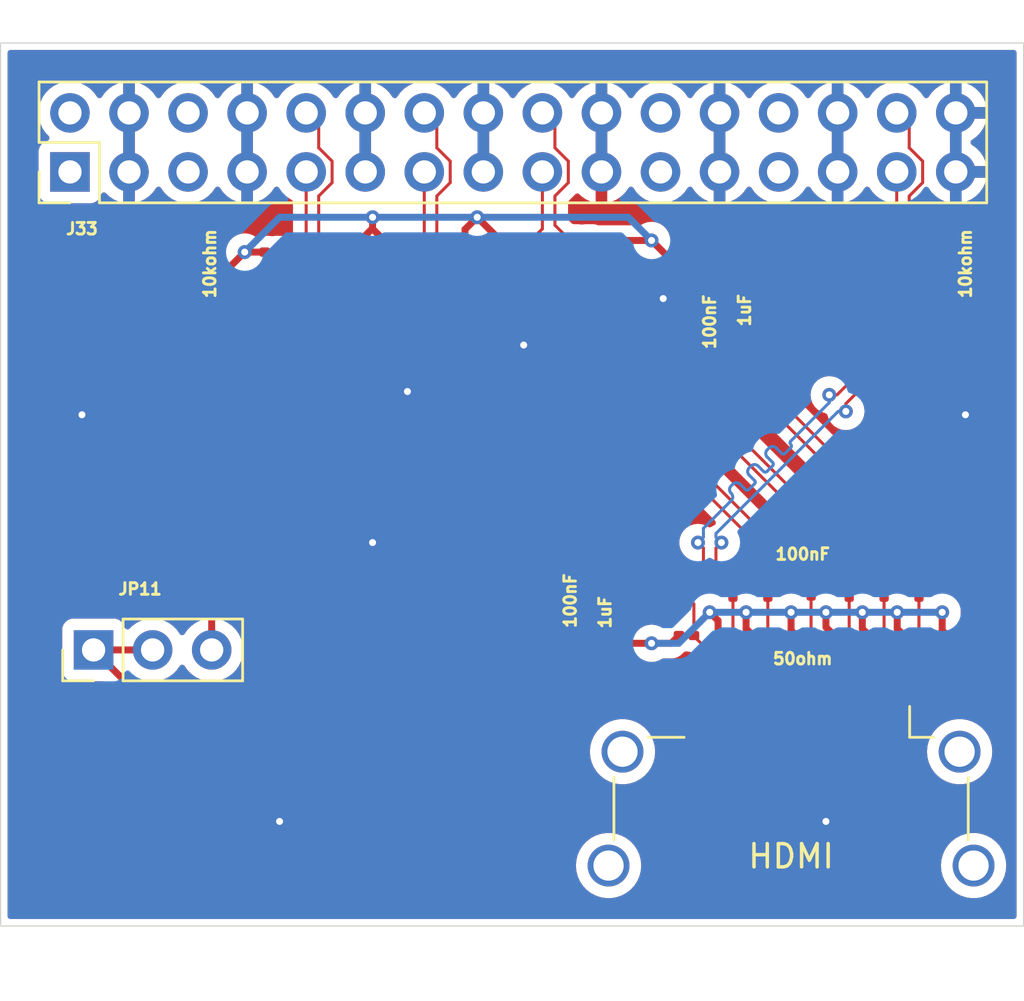
<source format=kicad_pcb>
(kicad_pcb (version 20240108) (generator "pcbnew") (generator_version "8.0")
  (layers (0 "F.Cu" signal) (1 "In1.Cu" signal) (2 "In2.Cu" signal) (31 "B.Cu" signal) (34 "B.Paste" user) (35 "F.Paste" user) (36 "B.SilkS" user "B.Silkscreen") (37 "F.SilkS" user "F.Silkscreen") (38 "B.Mask" user) (39 "F.Mask" user) (44 "Edge.Cuts" user))
  (net 0 "")
  (net 1 "GND")
  (net 8 "+2V5")
  (net 10 "+3V3")
  (net 15 "/clk_3v3_N")
  (net 16 "/clk_3v3_P")
  (net 17 "/clk_1v25_N")
  (net 18 "/clk_1v25_P")
  (net 19 "/d0_3v3_N")
  (net 20 "/d0_1v25_N")
  (net 21 "/d0_3v3_P")
  (net 22 "/d0_1v25_P")
  (net 23 "/d1_3v3_N")
  (net 24 "/d1_1v25_N")
  (net 25 "/d1_3v3_P")
  (net 26 "/d1_1v25_P")
  (net 27 "/d2_1v25_N")
  (net 28 "/d2_3v3_N")
  (net 29 "/d2_1v25_P")
  (net 30 "/d2_3v3_P")
  (footprint "Capacitor_SMD:C_0201_0603Metric" (layer "F.Cu") (at 129 96 90)
    (property "Reference" "C3" (hide yes))
    (property "Value" "100n")
  )
  (footprint "Resistor_SMD:R_0201_0603Metric" (layer "F.Cu") (at 115.655 82.5)
    (property "Reference" "R12" (hide yes))
    (property "Value" "10k")
  )
  (footprint "Resistor_SMD:R_0201_0603Metric" (layer "F.Cu") (at 107.68 81.5)
    (property "Reference" "R5" (hide yes))
    (property "Value" "10k")
  )
  (footprint "Resistor_SMD:R_0201_0603Metric" (layer "F.Cu") (at 136 81.5)
    (property "Reference" "10kohm")
    (property "Value" "10k")
  )
  (footprint "Capacitor_SMD:C_0201_0603Metric" (layer "F.Cu") (at 137.343874 96.041681 90)
    (property "Reference" "100nF")
    (property "Value" "100n")
  )
  (footprint "Resistor_SMD:R_0201_0603Metric" (layer "F.Cu") (at 130.54 98 180)
    (property "Reference" "R20" (hide yes))
    (property "Value" "50")
  )
  (footprint "Capacitor_SMD:C_0201_0603Metric" (layer "F.Cu") (at 125.5 96 90)
    (property "Reference" "C1" (hide yes))
    (property "Value" "100n")
  )
  (footprint "Resistor_SMD:R_0201_0603Metric" (layer "F.Cu") (at 113.155 81.5)
    (property "Reference" "R9" (hide yes))
    (property "Value" "10k")
  )
  (footprint "Resistor_SMD:R_0201_0603Metric" (layer "F.Cu") (at 133.5 83)
    (property "Reference" "R1" (hide yes))
    (property "Value" "10k")
  )
  (footprint "Connector_HDMI:HDMI_A_Amphenol_10029449-x01xLF_Horizontal" (layer "F.Cu") (at 130 107)
    (property "Reference" "HDMI")
    (property "Value" "HDMI_A_1.4")
  )
  (footprint "Resistor_SMD:R_0201_0603Metric" (layer "F.Cu") (at 128.68 98 180)
    (property "Reference" "R19" (hide yes))
    (property "Value" "50")
  )
  (footprint "Resistor_SMD:R_0201_0603Metric" (layer "F.Cu") (at 121 82.5)
    (property "Reference" "R16" (hide yes))
    (property "Value" "10k")
  )
  (footprint "Capacitor_SMD:C_0201_0603Metric" (layer "F.Cu") (at 128 82.155 90)
    (property "Reference" "1uF")
    (property "Value" "1u")
  )
  (footprint "Capacitor_SMD:C_0201_0603Metric" (layer "F.Cu") (at 130.862359 95.947897 90)
    (property "Reference" "C4" (hide yes))
    (property "Value" "100n")
  )
  (footprint "Resistor_SMD:R_0201_0603Metric" (layer "F.Cu") (at 135.18 98 180)
    (property "Reference" "R23" (hide yes))
    (property "Value" "50")
  )
  (footprint "Resistor_SMD:R_0201_0603Metric" (layer "F.Cu") (at 125.5 98 180)
    (property "Reference" "50ohm")
    (property "Value" "50")
  )
  (footprint "Resistor_SMD:R_0201_0603Metric" (layer "F.Cu") (at 115.655 81.5 180)
    (property "Reference" "R11" (hide yes))
    (property "Value" "10k")
  )
  (footprint "Resistor_SMD:R_0201_0603Metric" (layer "F.Cu") (at 113.099507 82.5 180)
    (property "Reference" "R10" (hide yes))
    (property "Value" "10k")
  )
  (footprint "Resistor_SMD:R_0201_0603Metric" (layer "F.Cu") (at 133.5 81.5 180)
    (property "Reference" "R2" (hide yes))
    (property "Value" "10k")
  )
  (footprint "Resistor_SMD:R_0201_0603Metric" (layer "F.Cu") (at 127.18 98 180)
    (property "Reference" "R18" (hide yes))
    (property "Value" "50")
  )
  (footprint "Resistor_SMD:R_0201_0603Metric" (layer "F.Cu") (at 110.655 83)
    (property "Reference" "R8" (hide yes))
    (property "Value" "10kohm")
  )
  (footprint "Capacitor_SMD:C_0201_0603Metric" (layer "F.Cu") (at 127.5 96 90)
    (property "Reference" "C2" (hide yes))
    (property "Value" "100n")
  )
  (footprint "Capacitor_SMD:C_0201_0603Metric" (layer "F.Cu") (at 120.5 98.655 90)
    (property "Reference" "C11" (hide yes))
    (property "Value" "100nF")
  )
  (footprint "Resistor_SMD:R_0201_0603Metric" (layer "F.Cu") (at 110.655 81.5 180)
    (property "Reference" "R7" (hide yes))
    (property "Value" "10k")
  )
  (footprint "Resistor_SMD:R_0201_0603Metric" (layer "F.Cu") (at 118.016574 82.44886 180)
    (property "Reference" "R14" (hide yes))
    (property "Value" "10k")
  )
  (footprint "Resistor_SMD:R_0201_0603Metric" (layer "F.Cu") (at 136 83 180)
    (property "Reference" "R3" (hide yes))
    (property "Value" "10k")
  )
  (footprint "Capacitor_SMD:C_0201_0603Metric" (layer "F.Cu") (at 135.5 96 90)
    (property "Reference" "C7" (hide yes))
    (property "Value" "100n")
  )
  (footprint "Capacitor_SMD:C_0201_0603Metric" (layer "F.Cu") (at 122 98.655 90)
    (property "Reference" "C12" (hide yes))
    (property "Value" "1uF")
  )
  (footprint "Resistor_SMD:R_0201_0603Metric" (layer "F.Cu") (at 107.651753 82.968125 180)
    (property "Reference" "R6" (hide yes))
    (property "Value" "10k")
  )
  (footprint "Resistor_SMD:R_0201_0603Metric" (layer "F.Cu") (at 132.18 98 180)
    (property "Reference" "R21" (hide yes))
    (property "Value" "50")
  )
  (footprint "Connector_PinHeader_2.54mm:PinHeader_2x16_P2.54mm_Vertical" (layer "F.Cu") (at 98.984 78.05 90)
    (property "Reference" "J33")
    (property "Value" "Conn_02x16_Odd_Even")
  )
  (footprint "Capacitor_SMD:C_0201_0603Metric" (layer "F.Cu") (at 132.5 96 90)
    (property "Reference" "C5" (hide yes))
    (property "Value" "100n")
  )
  (footprint "Connector_PinHeader_2.54mm:PinHeader_1x03_P2.54mm_Vertical" (layer "F.Cu") (at 100 98.62 90)
    (property "Reference" "JP11")
    (property "Value" "Conn_01x03")
  )
  (footprint "Resistor_SMD:R_0201_0603Metric" (layer "F.Cu") (at 118 81)
    (property "Reference" "R13" (hide yes))
    (property "Value" "10k")
  )
  (footprint "Resistor_SMD:R_0201_0603Metric" (layer "F.Cu") (at 121 81 180)
    (property "Reference" "R15" (hide yes))
    (property "Value" "10k")
  )
  (footprint "Resistor_SMD:R_0201_0603Metric" (layer "F.Cu") (at 137.04 98 180)
    (property "Reference" "R24" (hide yes))
    (property "Value" "50")
  )
  (footprint "Capacitor_SMD:C_0201_0603Metric" (layer "F.Cu") (at 126.5 82.155 90)
    (property "Reference" "100nF")
    (property "Value" "100n")
  )
  (footprint "Capacitor_SMD:C_0201_0603Metric" (layer "F.Cu") (at 134 96 90)
    (property "Reference" "C6" (hide yes))
    (property "Value" "100n")
  )
  (footprint "Resistor_SMD:R_0201_0603Metric" (layer "F.Cu") (at 133.68 98 180)
    (property "Reference" "R22" (hide yes))
    (property "Value" "50")
  )
  (gr_rect (start 96 72.5) (end 140 110.5) (stroke (width 0.05)) (fill none) (layer "Edge.Cuts"))
  (segment (start 129.7 102.05) (end 129.7 102.5) (width 0.2) (layer "F.Cu") (net 1))
  (segment (start 126.75 102) (end 126.75 103.75) (width 0.2) (layer "F.Cu") (net 1))
  (segment (start 126.75 103.75) (end 127 104) (width 0.2) (layer "F.Cu") (net 1))
  (segment (start 129.75 102) (end 129.7 102.05) (width 0.2) (layer "F.Cu") (net 1))
  (segment (start 134.25 103.75) (end 134.5 104) (width 0.2) (layer "F.Cu") (net 1))
  (segment (start 132.75 103.75) (end 133 104) (width 0.2) (layer "F.Cu") (net 1))
  (segment (start 129.7 102.5) (end 129.7 103.7) (width 0.2) (layer "F.Cu") (net 1))
  (segment (start 131.25 103.75) (end 131.5 104) (width 0.2) (layer "F.Cu") (net 1))
  (segment (start 134.25 102) (end 134.25 103.75) (width 0.2) (layer "F.Cu") (net 1))
  (segment (start 131.25 102) (end 131.25 103.75) (width 0.2) (layer "F.Cu") (net 1))
  (segment (start 132.75 102) (end 132.75 103.75) (width 0.2) (layer "F.Cu") (net 1))
  (segment (start 129.7 103.7) (end 130 104) (width 0.2) (layer "F.Cu") (net 1))
  (via (at 131.5 106) (size 0.6) (drill 0.3) (layers "F.Cu" "B.Cu") (net 1))
  (via (at 99.5 88.5) (size 0.6) (drill 0.3) (layers "F.Cu" "B.Cu") (net 1))
  (via (at 112 94) (size 0.6) (drill 0.3) (layers "F.Cu" "B.Cu") (net 1))
  (via (at 113.5 87.5) (size 0.6) (drill 0.3) (layers "F.Cu" "B.Cu") (net 1))
  (via (at 118.5 85.5) (size 0.6) (drill 0.3) (layers "F.Cu" "B.Cu") (net 1))
  (via (at 124.5 83.5) (size 0.6) (drill 0.3) (layers "F.Cu" "B.Cu") (net 1))
  (via (at 108 106) (size 0.6) (drill 0.3) (layers "F.Cu" "B.Cu") (net 1))
  (via (at 137.5 88.5) (size 0.6) (drill 0.3) (layers "F.Cu" "B.Cu") (net 1))
  (segment (start 115.975 81.5) (end 115.975 80.525) (width 0.3) (layer "F.Cu") (net 8))
  (segment (start 131.5 83) (end 130.335 81.835) (width 0.3) (layer "F.Cu") (net 8))
  (segment (start 112.835 81.5) (end 112.835 81.335) (width 0.3) (layer "F.Cu") (net 8))
  (segment (start 130.335 81.835) (end 128 81.835) (width 0.3) (layer "F.Cu") (net 8))
  (segment (start 115.975 80.525) (end 116.5 80) (width 0.3) (layer "F.Cu") (net 8))
  (segment (start 112 80) (end 112 80.475) (width 0.3) (layer "F.Cu") (net 8))
  (segment (start 105.08 82.92) (end 106.5 81.5) (width 0.3) (layer "F.Cu") (net 8))
  (segment (start 133.18 83) (end 131.5 83) (width 0.3) (layer "F.Cu") (net 8))
  (segment (start 117.5 81) (end 116.5 80) (width 0.3) (layer "F.Cu") (net 8))
  (segment (start 112.835 81.335) (end 111.9875 80.4875) (width 0.3) (layer "F.Cu") (net 8))
  (segment (start 111.9875 80.4875) (end 110.975 81.5) (width 0.3) (layer "F.Cu") (net 8))
  (segment (start 124.835 81.835) (end 124 81) (width 0.3) (layer "F.Cu") (net 8))
  (segment (start 128 81.835) (end 126.5 81.835) (width 0.3) (layer "F.Cu") (net 8))
  (segment (start 105.08 98.62) (end 105.08 82.92) (width 0.3) (layer "F.Cu") (net 8))
  (segment (start 124 81) (end 121.32 81) (width 0.3) (layer "F.Cu") (net 8))
  (segment (start 117.68 81) (end 117.5 81) (width 0.3) (layer "F.Cu") (net 8))
  (segment (start 126.5 81.835) (end 124.835 81.835) (width 0.3) (layer "F.Cu") (net 8))
  (segment (start 112 80.475) (end 111.9875 80.4875) (width 0.3) (layer "F.Cu") (net 8))
  (segment (start 106.5 81.5) (end 107.36 81.5) (width 0.3) (layer "F.Cu") (net 8))
  (via (at 106.5 81.5) (size 0.6) (drill 0.3) (layers "F.Cu" "B.Cu") (net 8))
  (via (at 124 81) (size 0.6) (drill 0.3) (layers "F.Cu" "B.Cu") (net 8))
  (via (at 112 80) (size 0.6) (drill 0.3) (layers "F.Cu" "B.Cu") (net 8))
  (via (at 116.5 80) (size 0.6) (drill 0.3) (layers "F.Cu" "B.Cu") (net 8))
  (segment (start 112 80) (end 108 80) (width 0.3) (layer "B.Cu") (net 8))
  (segment (start 116.5 80) (end 123 80) (width 0.3) (layer "B.Cu") (net 8))
  (segment (start 116.5 80) (end 112 80) (width 0.3) (layer "B.Cu") (net 8))
  (segment (start 123 80) (end 124 81) (width 0.3) (layer "B.Cu") (net 8))
  (segment (start 108 80) (end 106.5 81.5) (width 0.3) (layer "B.Cu") (net 8))
  (segment (start 130 97.78) (end 130.22 98) (width 0.3) (layer "F.Cu") (net 10))
  (segment (start 120.5 98.335) (end 122 98.335) (width 0.3) (layer "F.Cu") (net 10))
  (segment (start 126.86 97.36) (end 126.5 97) (width 0.3) (layer "F.Cu") (net 10))
  (segment (start 130 97) (end 130 97.78) (width 0.3) (layer "F.Cu") (net 10))
  (segment (start 134.565056 97.705056) (end 134.86 98) (width 0.3) (layer "F.Cu") (net 10))
  (segment (start 122 98.335) (end 124 98.335) (width 0.3) (layer "F.Cu") (net 10))
  (segment (start 131.5 97.64) (end 131.86 98) (width 0.3) (layer "F.Cu") (net 10))
  (segment (start 124.845 98.335) (end 125.18 98) (width 0.3) (layer "F.Cu") (net 10))
  (segment (start 128.065056 97) (end 128.065056 97.705056) (width 0.3) (layer "F.Cu") (net 10))
  (segment (start 102.38 101) (end 117.605832 101) (width 0.3) (layer "F.Cu") (net 10))
  (segment (start 102.54 100.84) (end 102.38 101) (width 0.3) (layer "F.Cu") (net 10))
  (segment (start 131.5 97) (end 131.5 97.64) (width 0.3) (layer "F.Cu") (net 10))
  (segment (start 100 98.62) (end 102.38 101) (width 0.3) (layer "F.Cu") (net 10))
  (segment (start 100 98.62) (end 102.54 98.62) (width 0.3) (layer "F.Cu") (net 10))
  (segment (start 117.605832 101) (end 120.270832 98.335) (width 0.3) (layer "F.Cu") (net 10))
  (segment (start 120.270832 98.335) (end 120.5 98.335) (width 0.3) (layer "F.Cu") (net 10))
  (segment (start 136.5 97.78) (end 136.72 98) (width 0.3) (layer "F.Cu") (net 10))
  (segment (start 136.5 97) (end 136.5 97.78) (width 0.3) (layer "F.Cu") (net 10))
  (segment (start 134.565056 97) (end 134.565056 97.705056) (width 0.3) (layer "F.Cu") (net 10))
  (segment (start 128.065056 97.705056) (end 128.36 98) (width 0.3) (layer "F.Cu") (net 10))
  (segment (start 133.065056 97.705056) (end 133.36 98) (width 0.3) (layer "F.Cu") (net 10))
  (segment (start 124 98.335) (end 124.845 98.335) (width 0.3) (layer "F.Cu") (net 10))
  (segment (start 133.065056 97) (end 133.065056 97.705056) (width 0.3) (layer "F.Cu") (net 10))
  (segment (start 126.86 98) (end 126.86 97.36) (width 0.3) (layer "F.Cu") (net 10))
  (via (at 128.065056 97) (size 0.6) (drill 0.3) (layers "F.Cu" "B.Cu") (net 10))
  (via (at 134.565056 97) (size 0.6) (drill 0.3) (layers "F.Cu" "B.Cu") (net 10))
  (via (at 130 97) (size 0.6) (drill 0.3) (layers "F.Cu" "B.Cu") (net 10))
  (via (at 124 98.335) (size 0.6) (drill 0.3) (layers "F.Cu" "B.Cu") (net 10))
  (via (at 126.5 97) (size 0.6) (drill 0.3) (layers "F.Cu" "B.Cu") (net 10))
  (via (at 136.5 97) (size 0.6) (drill 0.3) (layers "F.Cu" "B.Cu") (net 10))
  (via (at 131.5 97) (size 0.6) (drill 0.3) (layers "F.Cu" "B.Cu") (net 10))
  (via (at 133.065056 97) (size 0.6) (drill 0.3) (layers "F.Cu" "B.Cu") (net 10))
  (segment (start 130 97) (end 131.5 97) (width 0.3) (layer "B.Cu") (net 10))
  (segment (start 126.5 97) (end 128.065056 97) (width 0.3) (layer "B.Cu") (net 10))
  (segment (start 131.5 97) (end 133.065056 97) (width 0.3) (layer "B.Cu") (net 10))
  (segment (start 126.5 97) (end 125.165 98.335) (width 0.3) (layer "B.Cu") (net 10))
  (segment (start 133.065056 97) (end 134.565056 97) (width 0.3) (layer "B.Cu") (net 10))
  (segment (start 128.065056 97) (end 130 97) (width 0.3) (layer "B.Cu") (net 10))
  (segment (start 134.565056 97) (end 136.5 97) (width 0.3) (layer "B.Cu") (net 10))
  (segment (start 125.165 98.335) (end 124 98.335) (width 0.3) (layer "B.Cu") (net 10))
  (segment (start 126.390822 98.600822) (end 125.82 98.03) (width 0.130113) (layer "F.Cu") (net 15))
  (segment (start 126.390822 98.902173) (end 126.390822 98.600822) (width 0.130113) (layer "F.Cu") (net 15))
  (segment (start 125.82 98) (end 125.82 96.64) (width 0.130113) (layer "F.Cu") (net 15))
  (segment (start 129.165057 101.676408) (end 129.165057 100.784943) (width 0.130113) (layer "F.Cu") (net 15))
  (segment (start 129.165057 100.784943) (end 128.273592 100.784943) (width 0.130113) (layer "F.Cu") (net 15))
  (segment (start 129.25 101.761351) (end 129.165057 101.676408) (width 0.130113) (layer "F.Cu") (net 15))
  (segment (start 125.82 96.64) (end 125.5 96.32) (width 0.130113) (layer "F.Cu") (net 15))
  (segment (start 128.273592 100.784943) (end 126.390822 98.902173) (width 0.130113) (layer "F.Cu") (net 15))
  (segment (start 125.82 98.03) (end 125.82 98) (width 0.130113) (layer "F.Cu") (net 15))
  (segment (start 129.25 102) (end 129.25 101.761351) (width 0.130113) (layer "F.Cu") (net 15))
  (segment (start 126.929178 98.679178) (end 126.929862 98.679178) (width 0.130113) (layer "F.Cu") (net 16))
  (segment (start 127.355057 98.174943) (end 127.5 98.03) (width 0.130113) (layer "F.Cu") (net 16))
  (segment (start 130.165057 100.784943) (end 129.926379 100.784943) (width 0.130113) (layer "F.Cu") (net 16))
  (segment (start 129.388043 100.246607) (end 128.496607 100.246607) (width 0.130113) (layer "F.Cu") (net 16))
  (segment (start 127.5 98.03) (end 127.5 98) (width 0.130113) (layer "F.Cu") (net 16))
  (segment (start 127.5 98) (end 127.5 96.32) (width 0.130113) (layer "F.Cu") (net 16))
  (segment (start 128.496607 100.246607) (end 126.929178 98.679178) (width 0.130113) (layer "F.Cu") (net 16))
  (segment (start 129.926379 100.784943) (end 129.388043 100.246607) (width 0.130113) (layer "F.Cu") (net 16))
  (segment (start 126.929862 98.679178) (end 127.355057 98.253983) (width 0.130113) (layer "F.Cu") (net 16))
  (segment (start 130.165057 101.915057) (end 130.165057 100.784943) (width 0.130113) (layer "F.Cu") (net 16))
  (segment (start 130.25 102) (end 130.165057 101.915057) (width 0.130113) (layer "F.Cu") (net 16))
  (segment (start 127.355057 98.253983) (end 127.355057 98.174943) (width 0.130113) (layer "F.Cu") (net 16))
  (segment (start 134.544 85.075324) (end 134.544 83.5) (width 0.130113) (layer "F.Cu") (net 17))
  (segment (start 134.044 83) (end 134.544 83.5) (width 0.130113) (layer "F.Cu") (net 17))
  (segment (start 126.230821 94.949179) (end 126.230821 94.234943) (width 0.130113) (layer "F.Cu") (net 17))
  (segment (start 133.82 81.5) (end 133.82 83) (width 0.130113) (layer "F.Cu") (net 17))
  (segment (start 126.230821 94.234943) (end 125.995878 94) (width 0.130113) (layer "F.Cu") (net 17))
  (segment (start 125.5 95.68) (end 126.230821 94.949179) (width 0.130113) (layer "F.Cu") (net 17))
  (segment (start 134.544 78.05) (end 134.544 80.5) (width 0.130113) (layer "F.Cu") (net 17))
  (segment (start 131.975792 87.643532) (end 134.544 85.075324) (width 0.130113) (layer "F.Cu") (net 17))
  (segment (start 133.82 83) (end 134.044 83) (width 0.130113) (layer "F.Cu") (net 17))
  (segment (start 134.544 80.5) (end 134.544 81) (width 0.130113) (layer "F.Cu") (net 17))
  (segment (start 133.82 81.5) (end 134.044 81.5) (width 0.130113) (layer "F.Cu") (net 17))
  (segment (start 131.643532 87.643532) (end 131.975792 87.643532) (width 0.130113) (layer "F.Cu") (net 17))
  (segment (start 134.044 81.5) (end 134.544 81) (width 0.130113) (layer "F.Cu") (net 17))
  (via (at 125.995878 94) (size 0.6) (drill 0.3) (layers "F.Cu" "B.Cu") (net 17))
  (via (at 131.643532 87.643532) (size 0.6) (drill 0.3) (layers "F.Cu" "B.Cu") (net 17))
  (segment (start 129.052522 89.930405) (end 128.97474 90.008186) (width 0.130113) (layer "B.Cu") (net 17))
  (segment (start 129.137374 90.481947) (end 129.208086 90.55266) (width 0.130113) (layer "B.Cu") (net 17))
  (segment (start 127.97065 91.648678) (end 127.808013 91.486041) (width 0.130113) (layer "B.Cu") (net 17))
  (segment (start 129.985904 89.916264) (end 129.738416 90.163753) (width 0.130113) (layer "B.Cu") (net 17))
  (segment (start 127.496886 91.486041) (end 127.419104 91.563822) (width 0.130113) (layer "B.Cu") (net 17))
  (segment (start 129.596996 90.163752) (end 129.526286 90.093042) (width 0.130113) (layer "B.Cu") (net 17))
  (segment (start 127.426175 92.193147) (end 127.348394 92.270929) (width 0.130113) (layer "B.Cu") (net 17))
  (segment (start 131.643532 87.643532) (end 131.643532 87.975792) (width 0.130113) (layer "B.Cu") (net 17))
  (segment (start 128.97474 90.319313) (end 129.137374 90.481947) (width 0.130113) (layer "B.Cu") (net 17))
  (segment (start 128.430268 91.4719) (end 128.18278 91.719389) (width 0.130113) (layer "B.Cu") (net 17))
  (segment (start 127.419104 91.874949) (end 127.426175 91.88202) (width 0.130113) (layer "B.Cu") (net 17))
  (segment (start 128.274704 90.708223) (end 128.196922 90.786004) (width 0.130113) (layer "B.Cu") (net 17))
  (segment (start 131.643532 87.975792) (end 129.985904 89.63342) (width 0.130113) (layer "B.Cu") (net 17))
  (segment (start 128.819178 90.94157) (end 128.748468 90.87086) (width 0.130113) (layer "B.Cu") (net 17))
  (segment (start 128.748468 90.87086) (end 128.585831 90.708223) (width 0.130113) (layer "B.Cu") (net 17))
  (segment (start 127.088182 92.531142) (end 126.230821 93.388503) (width 0.130113) (layer "B.Cu") (net 17))
  (segment (start 128.359556 91.259765) (end 128.430268 91.330478) (width 0.130113) (layer "B.Cu") (net 17))
  (segment (start 127.348394 92.270929) (end 127.088182 92.531142) (width 0.130113) (layer "B.Cu") (net 17))
  (segment (start 129.526286 90.093042) (end 129.363649 89.930405) (width 0.130113) (layer "B.Cu") (net 17))
  (segment (start 126.230821 93.765057) (end 125.995878 94) (width 0.130113) (layer "B.Cu") (net 17))
  (segment (start 129.208086 90.694082) (end 128.960598 90.941571) (width 0.130113) (layer "B.Cu") (net 17))
  (segment (start 128.04136 91.719388) (end 127.97065 91.648678) (width 0.130113) (layer "B.Cu") (net 17))
  (segment (start 126.230821 93.388503) (end 126.230821 93.765057) (width 0.130113) (layer "B.Cu") (net 17))
  (segment (start 128.196922 91.097131) (end 128.359556 91.259765) (width 0.130113) (layer "B.Cu") (net 17))
  (arc (start 129.208086 90.55266) (mid 129.237375 90.623371) (end 129.208086 90.694082) (width 0.130113) (layer "B.Cu") (net 17))
  (arc (start 128.97474 90.008186) (mid 128.910304 90.163749) (end 128.97474 90.319313) (width 0.130113) (layer "B.Cu") (net 17))
  (arc (start 128.585831 90.708223) (mid 128.430268 90.643786) (end 128.274704 90.708223) (width 0.130113) (layer "B.Cu") (net 17))
  (arc (start 127.808013 91.486041) (mid 127.65245 91.421604) (end 127.496886 91.486041) (width 0.130113) (layer "B.Cu") (net 17))
  (arc (start 129.985904 89.774842) (mid 130.015193 89.845553) (end 129.985904 89.916264) (width 0.130113) (layer "B.Cu") (net 17))
  (arc (start 128.960598 90.941571) (mid 128.889889 90.970859) (end 128.819178 90.94157) (width 0.130113) (layer "B.Cu") (net 17))
  (arc (start 128.196922 90.786004) (mid 128.132486 90.941567) (end 128.196922 91.097131) (width 0.130113) (layer "B.Cu") (net 17))
  (arc (start 127.419104 91.563822) (mid 127.354668 91.719385) (end 127.419104 91.874949) (width 0.130113) (layer "B.Cu") (net 17))
  (arc (start 128.430268 91.330478) (mid 128.459557 91.401189) (end 128.430268 91.4719) (width 0.130113) (layer "B.Cu") (net 17))
  (arc (start 129.985904 89.63342) (mid 129.956615 89.704131) (end 129.985904 89.774842) (width 0.130113) (layer "B.Cu") (net 17))
  (arc (start 127.426175 91.88202) (mid 127.490611 92.037584) (end 127.426175 92.193147) (width 0.130113) (layer "B.Cu") (net 17))
  (arc (start 128.18278 91.719389) (mid 128.112071 91.748677) (end 128.04136 91.719388) (width 0.130113) (layer "B.Cu") (net 17))
  (arc (start 129.738416 90.163753) (mid 129.667707 90.193041) (end 129.596996 90.163752) (width 0.130113) (layer "B.Cu") (net 17))
  (arc (start 129.363649 89.930405) (mid 129.208086 89.865968) (end 129.052522 89.930405) (width 0.130113) (layer "B.Cu") (net 17))
  (segment (start 135.082356 85.29832) (end 135.082356 83.5) (width 0.130113) (layer "F.Cu") (net 18))
  (segment (start 135.659057 77.588128) (end 135.659057 78.511872) (width 0.130113) (layer "F.Cu") (net 18))
  (segment (start 132.356468 88.024208) (end 135.082356 85.29832) (width 0.130113) (layer "F.Cu") (net 18))
  (segment (start 126.769179 94.949179) (end 126.769179 94.234943) (width 0.130113) (layer "F.Cu") (net 18))
  (segment (start 134.544 75.51) (end 135.082356 76.048356) (width 0.130113) (layer "F.Cu") (net 18))
  (segment (start 126.769179 94.234943) (end 127.004122 94) (width 0.130113) (layer "F.Cu") (net 18))
  (segment (start 135.082356 77.011427) (end 135.659057 77.588128) (width 0.130113) (layer "F.Cu") (net 18))
  (segment (start 135.582356 83) (end 135.082356 83.5) (width 0.130113) (layer "F.Cu") (net 18))
  (segment (start 132.356468 88.356468) (end 132.356468 88.024208) (width 0.130113) (layer "F.Cu") (net 18))
  (segment (start 135.68 81.5) (end 135.582356 81.5) (width 0.130113) (layer "F.Cu") (net 18))
  (segment (start 135.68 83) (end 135.582356 83) (width 0.130113) (layer "F.Cu") (net 18))
  (segment (start 135.659057 78.511872) (end 135.082356 79.088573) (width 0.130113) (layer "F.Cu") (net 18))
  (segment (start 135.68 81.5) (end 135.68 83) (width 0.130113) (layer "F.Cu") (net 18))
  (segment (start 135.082356 76.048356) (end 135.082356 77.011427) (width 0.130113) (layer "F.Cu") (net 18))
  (segment (start 135.082356 79.088573) (end 135.082356 81) (width 0.130113) (layer "F.Cu") (net 18))
  (segment (start 135.582356 81.5) (end 135.082356 81) (width 0.130113) (layer "F.Cu") (net 18))
  (segment (start 127.5 95.68) (end 126.769179 94.949179) (width 0.130113) (layer "F.Cu") (net 18))
  (via (at 132.356468 88.356468) (size 0.6) (drill 0.3) (layers "F.Cu" "B.Cu") (net 18))
  (via (at 127.004122 94) (size 0.6) (drill 0.3) (layers "F.Cu" "B.Cu") (net 18))
  (segment (start 132.024208 88.356468) (end 132.356468 88.356468) (width 0.130113) (layer "B.Cu") (net 18))
  (segment (start 127.004122 94) (end 126.769179 93.765057) (width 0.130113) (layer "B.Cu") (net 18))
  (segment (start 126.769179 93.765057) (end 126.769179 93.611497) (width 0.130113) (layer "B.Cu") (net 18))
  (segment (start 126.769179 93.611497) (end 132.024208 88.356468) (width 0.130113) (layer "B.Cu") (net 18))
  (segment (start 130.980822 99.980822) (end 129 98) (width 0.130113) (layer "F.Cu") (net 19))
  (segment (start 130.75 100.574999) (end 130.980822 100.344177) (width 0.130113) (layer "F.Cu") (net 19))
  (segment (start 130.75 102) (end 130.75 100.574999) (width 0.130113) (layer "F.Cu") (net 19))
  (segment (start 130.980822 100.344177) (end 130.980822 99.980822) (width 0.130113) (layer "F.Cu") (net 19))
  (segment (start 129 98) (end 129 96.32) (width 0.130113) (layer "F.Cu") (net 19))
  (segment (start 114.179693 91.060369) (end 109.144 86.024676) (width 0.130113) (layer "F.Cu") (net 20))
  (segment (start 117.617597 92.029178) (end 117.617597 92.259178) (width 0.130113) (layer "F.Cu") (net 20))
  (segment (start 108.612125 82.968125) (end 107.971753 82.968125) (width 0.130113) (layer "F.Cu") (net 20))
  (segment (start 109.144 78.05) (end 109.144 81) (width 0.130113) (layer "F.Cu") (net 20))
  (segment (start 109.144 83.5) (end 108.612125 82.968125) (width 0.130113) (layer "F.Cu") (net 20))
  (segment (start 109.144 86.024676) (end 109.144 83.5) (width 0.130113) (layer "F.Cu") (net 20))
  (segment (start 108.644 81.5) (end 109.144 81) (width 0.130113) (layer "F.Cu") (net 20))
  (segment (start 115.407597 91.769178) (end 115.277597 91.769178) (width 0.130113) (layer "F.Cu") (net 20))
  (segment (start 115.667597 92.259178) (end 115.667597 92.029178) (width 0.130113) (layer "F.Cu") (net 20))
  (segment (start 116.057597 92.519178) (end 115.927597 92.519178) (width 0.130113) (layer "F.Cu") (net 20))
  (segment (start 108 81.5) (end 108 82.939878) (width 0.130113) (layer "F.Cu") (net 20))
  (segment (start 108 81.5) (end 108.644 81.5) (width 0.130113) (layer "F.Cu") (net 20))
  (segment (start 116.317597 91.769178) (end 116.317597 92.259178) (width 0.130113) (layer "F.Cu") (net 20))
  (segment (start 115.277597 91.769178) (end 114.888502 91.769178) (width 0.130113) (layer "F.Cu") (net 20))
  (segment (start 116.317597 91.669178) (end 116.317597 91.769178) (width 0.130113) (layer "F.Cu") (net 20))
  (segment (start 116.967597 92.259178) (end 116.967597 92.029178) (width 0.130113) (layer "F.Cu") (net 20))
  (segment (start 126.242289 91.769178) (end 117.877597 91.769178) (width 0.130113) (layer "F.Cu") (net 20))
  (segment (start 129 94.526889) (end 126.242289 91.769178) (width 0.130113) (layer "F.Cu") (net 20))
  (segment (start 114.888502 91.769178) (end 114.179693 91.060369) (width 0.130113) (layer "F.Cu") (net 20))
  (segment (start 116.867597 91.569178) (end 116.417597 91.569178) (width 0.130113) (layer "F.Cu") (net 20))
  (segment (start 108 82.939878) (end 107.971753 82.968125) (width 0.130113) (layer "F.Cu") (net 20))
  (segment (start 116.967597 92.029178) (end 116.967597 91.669178) (width 0.130113) (layer "F.Cu") (net 20))
  (segment (start 129 95.68) (end 129 94.526889) (width 0.130113) (layer "F.Cu") (net 20))
  (segment (start 117.357597 92.519178) (end 117.227597 92.519178) (width 0.130113) (layer "F.Cu") (net 20))
  (arc (start 115.927597 92.519178) (mid 115.743749 92.443026) (end 115.667597 92.259178) (width 0.130113) (layer "F.Cu") (net 20))
  (arc (start 117.877597 91.769178) (mid 117.693749 91.84533) (end 117.617597 92.029178) (width 0.130113) (layer "F.Cu") (net 20))
  (arc (start 117.617597 92.259178) (mid 117.541445 92.443026) (end 117.357597 92.519178) (width 0.130113) (layer "F.Cu") (net 20))
  (arc (start 116.967597 91.669178) (mid 116.938308 91.598467) (end 116.867597 91.569178) (width 0.130113) (layer "F.Cu") (net 20))
  (arc (start 116.317597 92.259178) (mid 116.241445 92.443026) (end 116.057597 92.519178) (width 0.130113) (layer "F.Cu") (net 20))
  (arc (start 116.417597 91.569178) (mid 116.346886 91.598467) (end 116.317597 91.669178) (width 0.130113) (layer "F.Cu") (net 20))
  (arc (start 117.227597 92.519178) (mid 117.043749 92.443026) (end 116.967597 92.259178) (width 0.130113) (layer "F.Cu") (net 20))
  (arc (start 115.667597 92.029178) (mid 115.591445 91.84533) (end 115.407597 91.769178) (width 0.130113) (layer "F.Cu") (net 20))
  (segment (start 131.75 102) (end 131.75 100.574999) (width 0.130113) (layer "F.Cu") (net 21))
  (segment (start 130.86 96.270256) (end 130.862359 96.267897) (width 0.130113) (layer "F.Cu") (net 21))
  (segment (start 130.86 99.098649) (end 130.86 98) (width 0.130113) (layer "F.Cu") (net 21))
  (segment (start 131.519178 99.757827) (end 130.86 99.098649) (width 0.130113) (layer "F.Cu") (net 21))
  (segment (start 131.75 100.574999) (end 131.519178 100.344177) (width 0.130113) (layer "F.Cu") (net 21))
  (segment (start 131.519178 100.344177) (end 131.519178 99.757827) (width 0.130113) (layer "F.Cu") (net 21))
  (segment (start 130.86 98) (end 130.86 96.270256) (width 0.130113) (layer "F.Cu") (net 21))
  (segment (start 115.111498 91.230822) (end 126.465284 91.230822) (width 0.130113) (layer "F.Cu") (net 22))
  (segment (start 110.182356 81.5) (end 109.682356 81) (width 0.130113) (layer "F.Cu") (net 22))
  (segment (start 109.682356 77.011427) (end 110.259057 77.588128) (width 0.130113) (layer "F.Cu") (net 22))
  (segment (start 110.182356 83) (end 109.682356 83.5) (width 0.130113) (layer "F.Cu") (net 22))
  (segment (start 110.335 81.5) (end 110.335 83) (width 0.130113) (layer "F.Cu") (net 22))
  (segment (start 109.682356 76.048356) (end 109.682356 77.011427) (width 0.130113) (layer "F.Cu") (net 22))
  (segment (start 110.259057 78.511872) (end 109.682356 79.088573) (width 0.130113) (layer "F.Cu") (net 22))
  (segment (start 109.682356 85.80168) (end 115.111498 91.230822) (width 0.130113) (layer "F.Cu") (net 22))
  (segment (start 109.682356 79.088573) (end 109.682356 81) (width 0.130113) (layer "F.Cu") (net 22))
  (segment (start 110.335 81.5) (end 110.182356 81.5) (width 0.130113) (layer "F.Cu") (net 22))
  (segment (start 110.259057 77.588128) (end 110.259057 78.511872) (width 0.130113) (layer "F.Cu") (net 22))
  (segment (start 109.682356 83.5) (end 109.682356 85.80168) (width 0.130113) (layer "F.Cu") (net 22))
  (segment (start 110.335 83) (end 110.182356 83) (width 0.130113) (layer "F.Cu") (net 22))
  (segment (start 126.465284 91.230822) (end 130.862359 95.627897) (width 0.130113) (layer "F.Cu") (net 22))
  (segment (start 109.144 75.51) (end 109.682356 76.048356) (width 0.130113) (layer "F.Cu") (net 22))
  (segment (start 132.5 98.345001) (end 132.5 98) (width 0.130113) (layer "F.Cu") (net 23))
  (segment (start 132.25 102) (end 132.334943 101.915057) (width 0.130113) (layer "F.Cu") (net 23))
  (segment (start 132.796607 98.641608) (end 132.5 98.345001) (width 0.130113) (layer "F.Cu") (net 23))
  (segment (start 132.334943 100.784943) (end 132.796607 100.784943) (width 0.130113) (layer "F.Cu") (net 23))
  (segment (start 132.796607 100.784943) (end 132.796607 98.641608) (width 0.130113) (layer "F.Cu") (net 23))
  (segment (start 132.334943 101.915057) (end 132.334943 100.784943) (width 0.130113) (layer "F.Cu") (net 23))
  (segment (start 132.5 98) (end 132.5 96.32) (width 0.130113) (layer "F.Cu") (net 23))
  (segment (start 113.475 81.5) (end 113.724 81.5) (width 0.130113) (layer "F.Cu") (net 24))
  (segment (start 116.187803 86.427058) (end 116.117091 86.497767) (width 0.130113) (layer "F.Cu") (net 24))
  (segment (start 117.566658 87.664491) (end 117.672724 87.770557) (width 0.130113) (layer "F.Cu") (net 24))
  (segment (start 116.859551 87.240226) (end 116.93026 87.169515) (width 0.130113) (layer "F.Cu") (net 24))
  (segment (start 118.113046 88.493722) (end 118.888502 89.269178) (width 0.130113) (layer "F.Cu") (net 24))
  (segment (start 117.602013 87.982688) (end 117.488875 88.095826) (width 0.130113) (layer "F.Cu") (net 24))
  (segment (start 113.724 82.5) (end 114.224 83) (width 0.130113) (layer "F.Cu") (net 24))
  (segment (start 114.224 83) (end 114.224 84.604676) (width 0.130113) (layer "F.Cu") (net 24))
  (segment (start 113.475 81.5) (end 113.475 82.444507) (width 0.130113) (layer "F.Cu") (net 24))
  (segment (start 116.117091 86.497767) (end 116.003953 86.610904) (width 0.130113) (layer "F.Cu") (net 24))
  (segment (start 117.071684 87.169517) (end 117.17775 87.275583) (width 0.130113) (layer "F.Cu") (net 24))
  (segment (start 113.419507 82.5) (end 113.724 82.5) (width 0.130113) (layer "F.Cu") (net 24))
  (segment (start 117.997992 88.378668) (end 118.113046 88.493722) (width 0.130113) (layer "F.Cu") (net 24))
  (segment (start 117.241388 87.848338) (end 117.354525 87.7352) (width 0.130113) (layer "F.Cu") (net 24))
  (segment (start 117.488875 88.293815) (end 117.538372 88.343312) (width 0.130113) (layer "F.Cu") (net 24))
  (segment (start 116.081736 86.17957) (end 116.187802 86.285636) (width 0.130113) (layer "F.Cu") (net 24))
  (segment (start 116.25144 86.85839) (end 116.364577 86.745252) (width 0.130113) (layer "F.Cu") (net 24))
  (segment (start 117.107039 87.487714) (end 116.993901 87.600852) (width 0.130113) (layer "F.Cu") (net 24))
  (segment (start 116.364577 86.745252) (end 116.435286 86.674541) (width 0.130113) (layer "F.Cu") (net 24))
  (segment (start 117.948494 88.329169) (end 117.997992 88.378668) (width 0.130113) (layer "F.Cu") (net 24))
  (segment (start 126.827827 89.269178) (end 132.5 94.941351) (width 0.130113) (layer "F.Cu") (net 24))
  (segment (start 132.5 94.941351) (end 132.5 95.68) (width 0.130113) (layer "F.Cu") (net 24))
  (segment (start 116.003953 86.808893) (end 116.05345 86.85839) (width 0.130113) (layer "F.Cu") (net 24))
  (segment (start 113.475 82.444507) (end 113.419507 82.5) (width 0.130113) (layer "F.Cu") (net 24))
  (segment (start 117.354525 87.7352) (end 117.425234 87.664489) (width 0.130113) (layer "F.Cu") (net 24))
  (segment (start 116.746414 87.353364) (end 116.859551 87.240226) (width 0.130113) (layer "F.Cu") (net 24))
  (segment (start 116.498927 87.303867) (end 116.548424 87.353364) (width 0.130113) (layer "F.Cu") (net 24))
  (segment (start 116.57671 86.674543) (end 116.682776 86.780609) (width 0.130113) (layer "F.Cu") (net 24))
  (segment (start 117.736362 88.343312) (end 117.750504 88.329169) (width 0.130113) (layer "F.Cu") (net 24))
  (segment (start 117.672723 87.911977) (end 117.602013 87.982688) (width 0.130113) (layer "F.Cu") (net 24))
  (segment (start 116.993901 87.798841) (end 117.043398 87.848338) (width 0.130113) (layer "F.Cu") (net 24))
  (segment (start 118.888502 89.269178) (end 126.827827 89.269178) (width 0.130113) (layer "F.Cu") (net 24))
  (segment (start 117.177749 87.417003) (end 117.107039 87.487714) (width 0.130113) (layer "F.Cu") (net 24))
  (segment (start 116.612065 86.99274) (end 116.498927 87.105878) (width 0.130113) (layer "F.Cu") (net 24))
  (segment (start 114.224 81) (end 114.224 78.05) (width 0.130113) (layer "F.Cu") (net 24))
  (segment (start 113.724 81.5) (end 114.224 81) (width 0.130113) (layer "F.Cu") (net 24))
  (segment (start 116.682775 86.922029) (end 116.612065 86.99274) (width 0.130113) (layer "F.Cu") (net 24))
  (segment (start 114.224 84.604676) (end 115.798894 86.17957) (width 0.130113) (layer "F.Cu") (net 24))
  (arc (start 116.548424 87.353364) (mid 116.647419 87.394369) (end 116.746414 87.353364) (width 0.130113) (layer "F.Cu") (net 24))
  (arc (start 117.488875 88.095826) (mid 117.44787 88.19482) (end 117.488875 88.293815) (width 0.130113) (layer "F.Cu") (net 24))
  (arc (start 116.05345 86.85839) (mid 116.152445 86.899395) (end 116.25144 86.85839) (width 0.130113) (layer "F.Cu") (net 24))
  (arc (start 116.187802 86.285636) (mid 116.217091 86.356347) (end 116.187803 86.427058) (width 0.130113) (layer "F.Cu") (net 24))
  (arc (start 116.003953 86.610904) (mid 115.962948 86.709898) (end 116.003953 86.808893) (width 0.130113) (layer "F.Cu") (net 24))
  (arc (start 116.993901 87.600852) (mid 116.952896 87.699846) (end 116.993901 87.798841) (width 0.130113) (layer "F.Cu") (net 24))
  (arc (start 117.043398 87.848338) (mid 117.142393 87.889343) (end 117.241388 87.848338) (width 0.130113) (layer "F.Cu") (net 24))
  (arc (start 117.750504 88.329169) (mid 117.849499 88.288164) (end 117.948494 88.329169) (width 0.130113) (layer "F.Cu") (net 24))
  (arc (start 117.672724 87.770557) (mid 117.702013 87.841268) (end 117.672723 87.911977) (width 0.130113) (layer "F.Cu") (net 24))
  (arc (start 116.498927 87.105878) (mid 116.457922 87.204872) (end 116.498927 87.303867) (width 0.130113) (layer "F.Cu") (net 24))
  (arc (start 116.93026 87.169515) (mid 117.000973 87.140228) (end 117.071684 87.169517) (width 0.130113) (layer "F.Cu") (net 24))
  (arc (start 116.682776 86.780609) (mid 116.712065 86.85132) (end 116.682775 86.922029) (width 0.130113) (layer "F.Cu") (net 24))
  (arc (start 117.538372 88.343312) (mid 117.637367 88.384317) (end 117.736362 88.343312) (width 0.130113) (layer "F.Cu") (net 24))
  (arc (start 115.940316 86.179571) (mid 116.011025 86.150281) (end 116.081736 86.17957) (width 0.130113) (layer "F.Cu") (net 24))
  (arc (start 117.17775 87.275583) (mid 117.207039 87.346294) (end 117.177749 87.417003) (width 0.130113) (layer "F.Cu") (net 24))
  (arc (start 115.798894 86.17957) (mid 115.869605 86.208859) (end 115.940316 86.179571) (width 0.130113) (layer "F.Cu") (net 24))
  (arc (start 116.435286 86.674541) (mid 116.505999 86.645254) (end 116.57671 86.674543) (width 0.130113) (layer "F.Cu") (net 24))
  (arc (start 117.425234 87.664489) (mid 117.495947 87.635202) (end 117.566658 87.664491) (width 0.130113) (layer "F.Cu") (net 24))
  (segment (start 133.334943 101.676408) (end 133.334943 99.010058) (width 0.130113) (layer "F.Cu") (net 25))
  (segment (start 134 98.345001) (end 134 98) (width 0.130113) (layer "F.Cu") (net 25))
  (segment (start 133.25 101.761351) (end 133.334943 101.676408) (width 0.130113) (layer "F.Cu") (net 25))
  (segment (start 134 98) (end 134 96.32) (width 0.130113) (layer "F.Cu") (net 25))
  (segment (start 133.25 102) (end 133.25 101.761351) (width 0.130113) (layer "F.Cu") (net 25))
  (segment (start 133.334943 99.010058) (end 134 98.345001) (width 0.130113) (layer "F.Cu") (net 25))
  (segment (start 114.762356 79.088573) (end 115.339057 78.511872) (width 0.130113) (layer "F.Cu") (net 26))
  (segment (start 115.339057 77.588128) (end 114.762356 77.011427) (width 0.130113) (layer "F.Cu") (net 26))
  (segment (start 115.262356 81.5) (end 114.762356 81) (width 0.130113) (layer "F.Cu") (net 26))
  (segment (start 114.762356 76.048356) (end 114.224 75.51) (width 0.130113) (layer "F.Cu") (net 26))
  (segment (start 119.111498 88.730822) (end 114.762356 84.38168) (width 0.130113) (layer "F.Cu") (net 26))
  (segment (start 115.335 81.5) (end 115.335 82.5) (width 0.130113) (layer "F.Cu") (net 26))
  (segment (start 115.262356 82.5) (end 114.762356 83) (width 0.130113) (layer "F.Cu") (net 26))
  (segment (start 115.335 82.5) (end 115.262356 82.5) (width 0.130113) (layer "F.Cu") (net 26))
  (segment (start 115.335 81.5) (end 115.262356 81.5) (width 0.130113) (layer "F.Cu") (net 26))
  (segment (start 127.050822 88.730822) (end 119.111498 88.730822) (width 0.130113) (layer "F.Cu") (net 26))
  (segment (start 114.762356 77.011427) (end 114.762356 76.048356) (width 0.130113) (layer "F.Cu") (net 26))
  (segment (start 114.762356 81) (end 114.762356 79.088573) (width 0.130113) (layer "F.Cu") (net 26))
  (segment (start 134 95.68) (end 127.050822 88.730822) (width 0.130113) (layer "F.Cu") (net 26))
  (segment (start 115.339057 78.511872) (end 115.339057 77.588128) (width 0.130113) (layer "F.Cu") (net 26))
  (segment (start 114.762356 84.38168) (end 114.762356 83) (width 0.130113) (layer "F.Cu") (net 26))
  (segment (start 122.962488 85.669178) (end 122.962488 85.769178) (width 0.130113) (layer "F.Cu") (net 27))
  (segment (start 118.336574 82.163426) (end 118.32 82.146852) (width 0.130113) (layer "F.Cu") (net 27))
  (segment (start 122.512488 85.569178) (end 122.862488 85.569178) (width 0.130113) (layer "F.Cu") (net 27))
  (segment (start 124.832488 85.769178) (end 124.942488 85.769178) (width 0.130113) (layer "F.Cu") (net 27))
  (segment (start 119.304 78.05) (end 119.304 80.5) (width 0.130113) (layer "F.Cu") (net 27))
  (segment (start 123.512488 85.769178) (end 123.512488 85.669178) (width 0.130113) (layer "F.Cu") (net 27))
  (segment (start 123.612488 85.569178) (end 123.962488 85.569178) (width 0.130113) (layer "F.Cu") (net 27))
  (segment (start 118.336574 82.71725) (end 121.388502 85.769178) (width 0.130113) (layer "F.Cu") (net 27))
  (segment (start 124.062488 85.769178) (end 124.062488 86.399178) (width 0.130113) (layer "F.Cu") (net 27))
  (segment (start 122.962488 85.769178) (end 122.962488 86.399178) (width 0.130113) (layer "F.Cu") (net 27))
  (segment (start 118.804 81) (end 119.304 80.5) (width 0.130113) (layer "F.Cu") (net 27))
  (segment (start 124.612488 86.399178) (end 124.612488 85.989178) (width 0.130113) (layer "F.Cu") (net 27))
  (segment (start 118.32 82.146852) (end 118.32 81) (width 0.130113) (layer "F.Cu") (net 27))
  (segment (start 125.61267 85.769178) (end 126.63002 85.769178) (width 0.130113) (layer "F.Cu") (net 27))
  (segment (start 124.282488 86.619178) (end 124.392488 86.619178) (width 0.130113) (layer "F.Cu") (net 27))
  (segment (start 124.942488 85.769178) (end 125.61267 85.769178) (width 0.130113) (layer "F.Cu") (net 27))
  (segment (start 124.062488 85.669178) (end 124.062488 85.769178) (width 0.130113) (layer "F.Cu") (net 27))
  (segment (start 118.32 81) (end 118.804 81) (width 0.130113) (layer "F.Cu") (net 27))
  (segment (start 118.336574 82.44886) (end 118.336574 82.71725) (width 0.130113) (layer "F.Cu") (net 27))
  (segment (start 123.182488 86.619178) (end 123.292488 86.619178) (width 0.130113) (layer "F.Cu") (net 27))
  (segment (start 126.63002 85.769178) (end 135.5 94.639158) (width 0.130113) (layer "F.Cu") (net 27))
  (segment (start 135.5 94.639158) (end 135.5 95.68) (width 0.130113) (layer "F.Cu") (net 27))
  (segment (start 123.512488 86.399178) (end 123.512488 85.769178) (width 0.130113) (layer "F.Cu") (net 27))
  (segment (start 121.388502 85.769178) (end 122.312488 85.769178) (width 0.130113) (layer "F.Cu") (net 27))
  (segment (start 118.336574 82.44886) (end 118.336574 82.163426) (width 0.130113) (layer "F.Cu") (net 27))
  (arc (start 122.862488 85.569178) (mid 122.933199 85.598467) (end 122.962488 85.669178) (width 0.130113) (layer "F.Cu") (net 27))
  (arc (start 122.962488 86.399178) (mid 123.026925 86.554741) (end 123.182488 86.619178) (width 0.130113) (layer "F.Cu") (net 27))
  (arc (start 124.612488 85.989178) (mid 124.676925 85.833615) (end 124.832488 85.769178) (width 0.130113) (layer "F.Cu") (net 27))
  (arc (start 124.392488 86.619178) (mid 124.548051 86.554741) (end 124.612488 86.399178) (width 0.130113) (layer "F.Cu") (net 27))
  (arc (start 123.292488 86.619178) (mid 123.448051 86.554741) (end 123.512488 86.399178) (width 0.130113) (layer "F.Cu") (net 27))
  (arc (start 122.412488 85.669178) (mid 122.441777 85.598467) (end 122.512488 85.569178) (width 0.130113) (layer "F.Cu") (net 27))
  (arc (start 123.512488 85.669178) (mid 123.541777 85.598467) (end 123.612488 85.569178) (width 0.130113) (layer "F.Cu") (net 27))
  (arc (start 123.962488 85.569178) (mid 124.033199 85.598467) (end 124.062488 85.669178) (width 0.130113) (layer "F.Cu") (net 27))
  (arc (start 124.062488 86.399178) (mid 124.126925 86.554741) (end 124.282488 86.619178) (width 0.130113) (layer "F.Cu") (net 27))
  (arc (start 122.312488 85.769178) (mid 122.383199 85.739889) (end 122.412488 85.669178) (width 0.130113) (layer "F.Cu") (net 27))
  (segment (start 135.5 98) (end 135.5 96.32) (width 0.130113) (layer "F.Cu") (net 28))
  (segment (start 135.5 99.098649) (end 135.5 98) (width 0.130113) (layer "F.Cu") (net 28))
  (segment (start 133.75 102) (end 133.75 101.2) (width 0.130113) (layer "F.Cu") (net 28))
  (segment (start 133.75 101.2) (end 133.834943 101.115057) (width 0.130113) (layer "F.Cu") (net 28))
  (segment (start 133.834943 101.115057) (end 133.834943 100.763706) (width 0.130113) (layer "F.Cu") (net 28))
  (segment (start 133.834943 100.763706) (end 135.5 99.098649) (width 0.130113) (layer "F.Cu") (net 28))
  (segment (start 120.419057 77.588128) (end 119.842356 77.011427) (width 0.130113) (layer "F.Cu") (net 29))
  (segment (start 119.842356 83.46168) (end 121.611498 85.230822) (width 0.130113) (layer "F.Cu") (net 29))
  (segment (start 119.842356 76.048356) (end 119.304 75.51) (width 0.130113) (layer "F.Cu") (net 29))
  (segment (start 120.419057 78.511872) (end 120.419057 77.588128) (width 0.130113) (layer "F.Cu") (net 29))
  (segment (start 119.842356 79.088573) (end 120.419057 78.511872) (width 0.130113) (layer "F.Cu") (net 29))
  (segment (start 119.842356 77.011427) (end 119.842356 76.048356) (width 0.130113) (layer "F.Cu") (net 29))
  (segment (start 126.853015 85.230822) (end 137.343874 95.721681) (width 0.130113) (layer "F.Cu") (net 29))
  (segment (start 119.842356 80.342356) (end 119.842356 79.088573) (width 0.130113) (layer "F.Cu") (net 29))
  (segment (start 120.5 81) (end 119.842356 80.342356) (width 0.130113) (layer "F.Cu") (net 29))
  (segment (start 121.611498 85.230822) (end 126.853015 85.230822) (width 0.130113) (layer "F.Cu") (net 29))
  (segment (start 120.68 81) (end 120.5 81) (width 0.130113) (layer "F.Cu") (net 29))
  (segment (start 119.842356 83.337644) (end 120.68 82.5) (width 0.130113) (layer "F.Cu") (net 29))
  (segment (start 120.68 82.5) (end 120.68 81) (width 0.130113) (layer "F.Cu") (net 29))
  (segment (start 119.842356 83.46168) (end 119.842356 83.337644) (width 0.130113) (layer "F.Cu") (net 29))
  (segment (start 134.665057 101.115057) (end 134.665057 100.694943) (width 0.130113) (layer "F.Cu") (net 30))
  (segment (start 137.36 98) (end 137.36 96.377807) (width 0.130113) (layer "F.Cu") (net 30))
  (segment (start 137.215057 98.144943) (end 137.36 98) (width 0.130113) (layer "F.Cu") (net 30))
  (segment (start 137.215057 98.253983) (end 137.215057 98.144943) (width 0.130113) (layer "F.Cu") (net 30))
  (segment (start 134.665057 100.694943) (end 136.894943 98.465057) (width 0.130113) (layer "F.Cu") (net 30))
  (segment (start 134.75 101.2) (end 134.665057 101.115057) (width 0.130113) (layer "F.Cu") (net 30))
  (segment (start 136.894943 98.465057) (end 137.003983 98.465057) (width 0.130113) (layer "F.Cu") (net 30))
  (segment (start 137.36 96.377807) (end 137.343874 96.361681) (width 0.130113) (layer "F.Cu") (net 30))
  (segment (start 134.75 102) (end 134.75 101.2) (width 0.130113) (layer "F.Cu") (net 30))
  (segment (start 137.003983 98.465057) (end 137.215057 98.253983) (width 0.130113) (layer "F.Cu") (net 30))
  (zone (net 1) (net_name "GND") (layers "F.Cu" "In1.Cu" "In2.Cu" "B.Cu") (connect_pads (clearance 0.5)) (min_thickness 0.25) (fill yes (thermal_gap 0.5) (thermal_bridge_width 0.5))
    (polygon (pts (xy 96 72.5) (xy 140 72.5) (xy 140 110.5) (xy 96 110.5)))
  )
)
</source>
